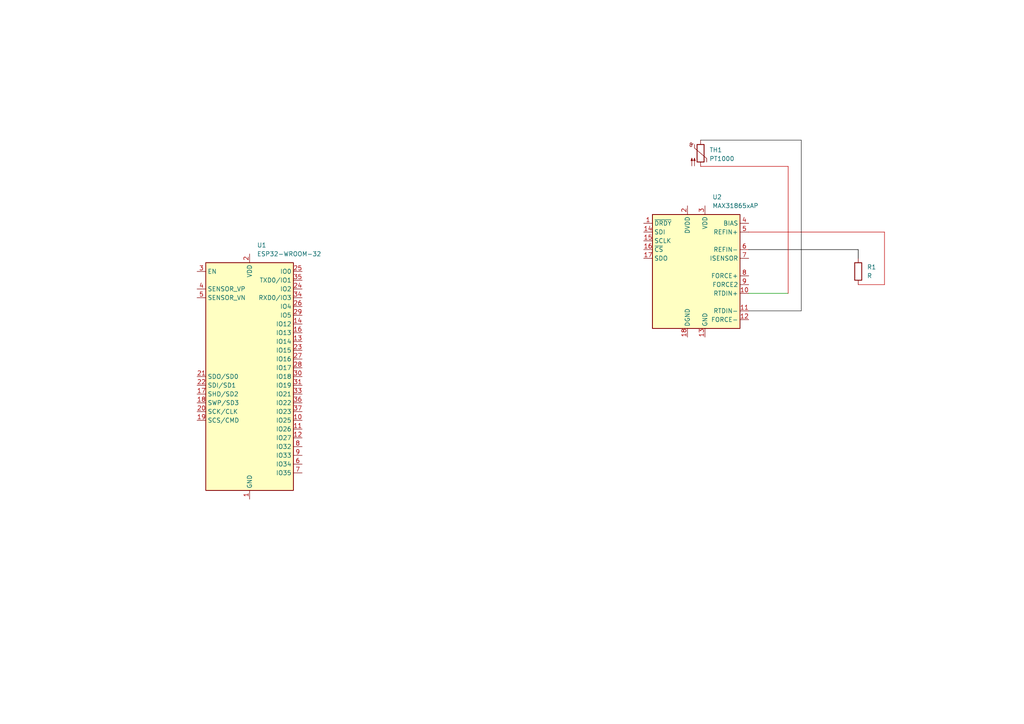
<source format=kicad_sch>
(kicad_sch (version 20250114) (generator "eeschema") (generator_version "9.0")
  (paper "A4")
  (lib_symbols
    (symbol "Device:R" (pin_numbers (hide yes)) (pin_names (offset 0))
      (property "Reference" "R" (at 2.032 0 90))
      (property "Value" "R" (at 0 0 90))
      (symbol "R_0_1"
        (rectangle (start -1.016 -2.54) (end 1.016 2.54) (stroke (width 0.254)))
      )
      (symbol "R_1_1"
        (pin passive line (at 0 3.81 270) (length 1.27) (name "~") (number "1"))
        (pin passive line (at 0 -3.81 90) (length 1.27) (name "~") (number "2"))
      )
    )
    (symbol "RF_Module:ESP32-WROOM-32"
      (property "Reference" "U" (at -12.7 34.29 0))
      (property "Value" "ESP32-WROOM-32" (at 1.27 34.29 0))
      (symbol "ESP32-WROOM-32_0_1"
        (rectangle (start -12.7 33.02) (end 12.7 -33.02) (stroke (width 0.254)) (fill (type background)))
      )
      (symbol "ESP32-WROOM-32_1_1"
        (pin input line (at -15.24 30.48 0) (length 2.54) (name "EN") (number "3"))
        (pin input line (at -15.24 25.4 0) (length 2.54) (name "SENSOR_VP") (number "4"))
        (pin input line (at -15.24 22.86 0) (length 2.54) (name "SENSOR_VN") (number "5"))
        (pin bidirectional line (at -15.24 0 0) (length 2.54) (name "SDO/SD0") (number "21"))
        (pin bidirectional line (at -15.24 -2.54 0) (length 2.54) (name "SDI/SD1") (number "22"))
        (pin bidirectional line (at -15.24 -5.08 0) (length 2.54) (name "SHD/SD2") (number "17"))
        (pin bidirectional line (at -15.24 -7.62 0) (length 2.54) (name "SWP/SD3") (number "18"))
        (pin bidirectional line (at -15.24 -10.16 0) (length 2.54) (name "SCK/CLK") (number "20"))
        (pin bidirectional line (at -15.24 -12.7 0) (length 2.54) (name "SCS/CMD") (number "19"))
        (pin no_connect line (at -12.7 -27.94 0) (length 2.54) (hide yes) (name "NC") (number "32"))
        (pin power_in line (at 0 35.56 270) (length 2.54) (name "VDD") (number "2"))
        (pin power_in line (at 0 -35.56 90) (length 2.54) (name "GND") (number "1"))
        (pin passive line (at 0 -35.56 90) (length 2.54) (hide yes) (name "GND") (number "15"))
        (pin passive line (at 0 -35.56 90) (length 2.54) (hide yes) (name "GND") (number "38"))
        (pin passive line (at 0 -35.56 90) (length 2.54) (hide yes) (name "GND") (number "39"))
        (pin bidirectional line (at 15.24 30.48 180) (length 2.54) (name "IO0") (number "25"))
        (pin bidirectional line (at 15.24 27.94 180) (length 2.54) (name "TXD0/IO1") (number "35"))
        (pin bidirectional line (at 15.24 25.4 180) (length 2.54) (name "IO2") (number "24"))
        (pin bidirectional line (at 15.24 22.86 180) (length 2.54) (name "RXD0/IO3") (number "34"))
        (pin bidirectional line (at 15.24 20.32 180) (length 2.54) (name "IO4") (number "26"))
        (pin bidirectional line (at 15.24 17.78 180) (length 2.54) (name "IO5") (number "29"))
        (pin bidirectional line (at 15.24 15.24 180) (length 2.54) (name "IO12") (number "14"))
        (pin bidirectional line (at 15.24 12.7 180) (length 2.54) (name "IO13") (number "16"))
        (pin bidirectional line (at 15.24 10.16 180) (length 2.54) (name "IO14") (number "13"))
        (pin bidirectional line (at 15.24 7.62 180) (length 2.54) (name "IO15") (number "23"))
        (pin bidirectional line (at 15.24 5.08 180) (length 2.54) (name "IO16") (number "27"))
        (pin bidirectional line (at 15.24 2.54 180) (length 2.54) (name "IO17") (number "28"))
        (pin bidirectional line (at 15.24 0 180) (length 2.54) (name "IO18") (number "30"))
        (pin bidirectional line (at 15.24 -2.54 180) (length 2.54) (name "IO19") (number "31"))
        (pin bidirectional line (at 15.24 -5.08 180) (length 2.54) (name "IO21") (number "33"))
        (pin bidirectional line (at 15.24 -7.62 180) (length 2.54) (name "IO22") (number "36"))
        (pin bidirectional line (at 15.24 -10.16 180) (length 2.54) (name "IO23") (number "37"))
        (pin bidirectional line (at 15.24 -12.7 180) (length 2.54) (name "IO25") (number "10"))
        (pin bidirectional line (at 15.24 -15.24 180) (length 2.54) (name "IO26") (number "11"))
        (pin bidirectional line (at 15.24 -17.78 180) (length 2.54) (name "IO27") (number "12"))
        (pin bidirectional line (at 15.24 -20.32 180) (length 2.54) (name "IO32") (number "8"))
        (pin bidirectional line (at 15.24 -22.86 180) (length 2.54) (name "IO33") (number "9"))
        (pin input line (at 15.24 -25.4 180) (length 2.54) (name "IO34") (number "6"))
        (pin input line (at 15.24 -27.94 180) (length 2.54) (name "IO35") (number "7"))
      )
    )
    (symbol "Sensor_Temperature:MAX31865xAP"
      (property "Reference" "U" (at -11.43 19.05 0))
      (property "Value" "MAX31865xAP" (at 10.16 19.05 0))
      (symbol "MAX31865xAP_0_1"
        (rectangle (start -12.7 17.78) (end 12.7 -15.24) (stroke (width 0.254)) (fill (type background)))
      )
      (symbol "MAX31865xAP_1_1"
        (pin output line (at -15.24 15.24 0) (length 2.54) (name "~{DRDY}") (number "1"))
        (pin input line (at -15.24 12.7 0) (length 2.54) (name "SDI") (number "14"))
        (pin input line (at -15.24 10.16 0) (length 2.54) (name "SCLK") (number "15"))
        (pin input line (at -15.24 7.62 0) (length 2.54) (name "~{CS}") (number "16"))
        (pin tri_state line (at -15.24 5.08 0) (length 2.54) (name "SDO") (number "17"))
        (pin no_connect line (at -12.7 -2.54 0) (length 2.54) (hide yes) (name "NC") (number "20"))
        (pin power_in line (at -2.54 20.32 270) (length 2.54) (name "DVDD") (number "2"))
        (pin power_in line (at -2.54 -17.78 90) (length 2.54) (name "DGND") (number "18"))
        (pin power_in line (at 2.54 20.32 270) (length 2.54) (name "VDD") (number "3"))
        (pin power_in line (at 2.54 -17.78 90) (length 2.54) (name "GND") (number "13"))
        (pin passive line (at 2.54 -17.78 90) (length 2.54) (hide yes) (name "GND") (number "19"))
        (pin power_out line (at 15.24 15.24 180) (length 2.54) (name "BIAS") (number "4"))
        (pin input line (at 15.24 12.7 180) (length 2.54) (name "REFIN+") (number "5"))
        (pin input line (at 15.24 7.62 180) (length 2.54) (name "REFIN-") (number "6"))
        (pin passive line (at 15.24 5.08 180) (length 2.54) (name "ISENSOR") (number "7"))
        (pin passive line (at 15.24 0 180) (length 2.54) (name "FORCE+") (number "8"))
        (pin input line (at 15.24 -2.54 180) (length 2.54) (name "FORCE2") (number "9"))
        (pin input line (at 15.24 -5.08 180) (length 2.54) (name "RTDIN+") (number "10"))
        (pin input line (at 15.24 -10.16 180) (length 2.54) (name "RTDIN-") (number "11"))
        (pin power_out line (at 15.24 -12.7 180) (length 2.54) (name "FORCE-") (number "12"))
      )
    )
    (symbol "Sensor_Temperature:PT1000" (pin_numbers (hide yes)) (pin_names (offset 0))
      (property "Reference" "TH" (at -4.445 0 90))
      (property "Value" "PT1000" (at 3.175 0 90))
      (symbol "PT1000_0_1"
        (arc (start -3.175 2.413) (mid -3.0506 2.3165) (end -3.048 2.159))
        (arc (start -3.048 2.794) (mid -2.9736 2.9736) (end -2.794 3.048))
        (arc (start -2.794 3.048) (mid -2.6144 2.9736) (end -2.54 2.794))
        (arc (start -2.794 2.54) (mid -2.9736 2.6144) (end -3.048 2.794))
        (arc (start -2.794 1.905) (mid -2.9736 1.9794) (end -3.048 2.159))
        (arc (start -2.54 2.159) (mid -2.6144 1.9794) (end -2.794 1.905))
        (arc (start -2.159 2.794) (mid -2.434 2.5608) (end -2.794 2.54))
        (polyline (pts (xy -2.54 2.159) (xy -2.54 2.794)))
        (polyline (pts (xy -2.54 -3.683) (xy -2.54 -1.397) (xy -2.794 -2.159) (xy -2.286 -2.159) (xy -2.54 -1.397) (xy -2.54 -1.651)) (fill (type outline)))
        (polyline (pts (xy -1.778 2.54) (xy -1.778 1.524) (xy 1.778 -1.524) (xy 1.778 -2.54)))
        (polyline (pts (xy -1.778 -3.683) (xy -1.778 -1.397) (xy -2.032 -2.159) (xy -1.524 -2.159) (xy -1.778 -1.397) (xy -1.778 -1.651)) (fill (type outline)))
        (rectangle (start -1.016 2.54) (end 1.016 -2.54) (stroke (width 0.254)))
      )
      (symbol "PT1000_1_1"
        (pin passive line (at 0 3.81 270) (length 1.27) (name "~") (number "1"))
        (pin passive line (at 0 -3.81 90) (length 1.27) (name "~") (number "2"))
      )
    )
  )
  (wire (pts (xy 256.54 82.55) (xy 256.54 67.31)) (stroke (width 0) (color 194 0 0 1)))
  (wire (pts (xy 228.6 85.09) (xy 228.6 48.26)) (stroke (width 0) (color 194 0 0 1)))
  (wire (pts (xy 232.41 90.17) (xy 217.17 90.17)) (stroke (width 0.127) (color 0 0 0 1)))
  (wire (pts (xy 217.17 72.39) (xy 248.92 72.39)) (stroke (width 0) (color 0 0 0 1)))
  (wire (pts (xy 248.92 72.39) (xy 248.92 74.93)) (stroke (width 0) (color 0 0 0 1)))
  (wire (pts (xy 203.2 48.26) (xy 228.6 48.26)) (stroke (width 0) (color 194 0 0 1)))
  (wire (pts (xy 256.54 67.31) (xy 217.17 67.31)) (stroke (width 0) (color 194 0 0 1)))
  (wire (pts (xy 203.2 40.64) (xy 232.41 40.64)) (stroke (width 0.127) (color 0 0 0 1)))
  (wire (pts (xy 232.41 40.64) (xy 232.41 90.17)) (stroke (width 0.127) (color 0 0 0 1)))
  (wire (pts (xy 248.92 82.55) (xy 256.54 82.55)) (stroke (width 0) (color 194 0 0 1)))
  (wire (pts (xy 228.6 85.09) (xy 217.17 85.09)))
  (symbol (lib_id "Device:R") (at 248.92 78.74 0) (unit 1)
    (property "Reference" "R1" (at 251.46 77.4699 0) (effects (justify left)))
    (property "Value" "R" (at 251.46 80.0099 0) (effects (justify left)))
    (property "Description" "Resistor" (effects (hide yes)))
  )
  (symbol (lib_id "Sensor_Temperature:MAX31865xAP") (at 201.93 80.01 0) (unit 1)
    (property "Reference" "U2" (at 206.6133 57.15 0) (effects (justify left)))
    (property "Value" "MAX31865xAP" (at 206.6133 59.69 0) (effects (justify left)))
    (property "Footprint" "Package_SO:SSOP-20_5.3x7.2mm_P0.65mm" (effects (hide yes)))
    (property "Datasheet" "https://www.analog.com/media/en/technical-documentation/data-sheets/MAX31865.pdf" (effects (hide yes)))
    (property "Description" "RTD-to-Digital Converter, SSOP-20" (effects (hide yes)))
  )
  (symbol (lib_id "RF_Module:ESP32-WROOM-32") (at 72.39 109.22 0) (unit 1)
    (property "Reference" "U1" (at 74.5333 71.12 0) (effects (justify left)))
    (property "Value" "ESP32-WROOM-32" (at 74.5333 73.66 0) (effects (justify left)))
    (property "Footprint" "RF_Module:ESP32-WROOM-32" (effects (hide yes)))
    (property "Datasheet" "https://www.espressif.com/sites/default/files/documentation/esp32-wroom-32_datasheet_en.pdf" (effects (hide yes)))
    (property "Description" "RF Module, ESP32-D0WDQ6 SoC, Wi-Fi 802.11b/g/n, Bluetooth, BLE, 32-bit, 2.7-3.6V, onboard antenna, SMD" (effects (hide yes)))
  )
  (symbol (lib_id "Sensor_Temperature:PT1000") (at 203.2 44.45 0) (unit 1)
    (property "Reference" "TH1" (at 205.74 43.4974 0) (effects (justify left)))
    (property "Value" "PT1000" (at 205.74 46.0374 0) (effects (justify left)))
    (property "Datasheet" "https://www.heraeus.com/media/media/group/doc_group/products_1/hst/sot_to/de_15/to_92_d.pdf" (effects (hide yes)))
    (property "Description" "PT1000 platinum temperature sensor (RTD)" (effects (hide yes)))
  )
)
</source>
